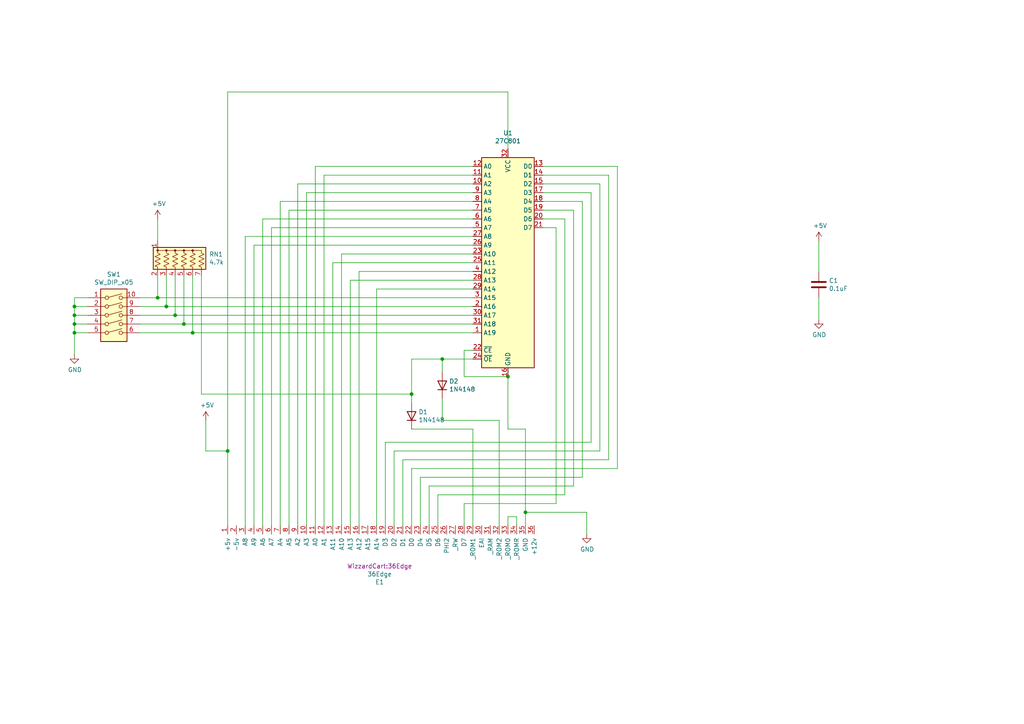
<source format=kicad_sch>
(kicad_sch (version 20211123) (generator eeschema)

  (uuid 9f8381e9-3077-4453-a480-a01ad9c1a940)

  (paper "A4")

  (lib_symbols
    (symbol "Device:C" (pin_numbers hide) (pin_names (offset 0.254)) (in_bom yes) (on_board yes)
      (property "Reference" "C" (id 0) (at 0.635 2.54 0)
        (effects (font (size 1.27 1.27)) (justify left))
      )
      (property "Value" "C" (id 1) (at 0.635 -2.54 0)
        (effects (font (size 1.27 1.27)) (justify left))
      )
      (property "Footprint" "" (id 2) (at 0.9652 -3.81 0)
        (effects (font (size 1.27 1.27)) hide)
      )
      (property "Datasheet" "~" (id 3) (at 0 0 0)
        (effects (font (size 1.27 1.27)) hide)
      )
      (property "ki_keywords" "cap capacitor" (id 4) (at 0 0 0)
        (effects (font (size 1.27 1.27)) hide)
      )
      (property "ki_description" "Unpolarized capacitor" (id 5) (at 0 0 0)
        (effects (font (size 1.27 1.27)) hide)
      )
      (property "ki_fp_filters" "C_*" (id 6) (at 0 0 0)
        (effects (font (size 1.27 1.27)) hide)
      )
      (symbol "C_0_1"
        (polyline
          (pts
            (xy -2.032 -0.762)
            (xy 2.032 -0.762)
          )
          (stroke (width 0.508) (type default) (color 0 0 0 0))
          (fill (type none))
        )
        (polyline
          (pts
            (xy -2.032 0.762)
            (xy 2.032 0.762)
          )
          (stroke (width 0.508) (type default) (color 0 0 0 0))
          (fill (type none))
        )
      )
      (symbol "C_1_1"
        (pin passive line (at 0 3.81 270) (length 2.794)
          (name "~" (effects (font (size 1.27 1.27))))
          (number "1" (effects (font (size 1.27 1.27))))
        )
        (pin passive line (at 0 -3.81 90) (length 2.794)
          (name "~" (effects (font (size 1.27 1.27))))
          (number "2" (effects (font (size 1.27 1.27))))
        )
      )
    )
    (symbol "Device:R_Network06_US" (pin_names (offset 0) hide) (in_bom yes) (on_board yes)
      (property "Reference" "RN" (id 0) (at -10.16 0 90)
        (effects (font (size 1.27 1.27)))
      )
      (property "Value" "R_Network06_US" (id 1) (at 7.62 0 90)
        (effects (font (size 1.27 1.27)))
      )
      (property "Footprint" "Resistor_THT:R_Array_SIP7" (id 2) (at 9.525 0 90)
        (effects (font (size 1.27 1.27)) hide)
      )
      (property "Datasheet" "http://www.vishay.com/docs/31509/csc.pdf" (id 3) (at 0 0 0)
        (effects (font (size 1.27 1.27)) hide)
      )
      (property "ki_keywords" "R network star-topology" (id 4) (at 0 0 0)
        (effects (font (size 1.27 1.27)) hide)
      )
      (property "ki_description" "6 resistor network, star topology, bussed resistors, small US symbol" (id 5) (at 0 0 0)
        (effects (font (size 1.27 1.27)) hide)
      )
      (property "ki_fp_filters" "R?Array?SIP*" (id 6) (at 0 0 0)
        (effects (font (size 1.27 1.27)) hide)
      )
      (symbol "R_Network06_US_0_1"
        (rectangle (start -8.89 -3.175) (end 6.35 3.175)
          (stroke (width 0.254) (type default) (color 0 0 0 0))
          (fill (type background))
        )
        (circle (center -7.62 2.286) (radius 0.254)
          (stroke (width 0) (type default) (color 0 0 0 0))
          (fill (type outline))
        )
        (circle (center -5.08 2.286) (radius 0.254)
          (stroke (width 0) (type default) (color 0 0 0 0))
          (fill (type outline))
        )
        (circle (center -2.54 2.286) (radius 0.254)
          (stroke (width 0) (type default) (color 0 0 0 0))
          (fill (type outline))
        )
        (polyline
          (pts
            (xy -7.62 2.286)
            (xy 5.08 2.286)
          )
          (stroke (width 0) (type default) (color 0 0 0 0))
          (fill (type none))
        )
        (polyline
          (pts
            (xy -7.62 2.286)
            (xy -7.62 1.524)
            (xy -6.858 1.1684)
            (xy -8.382 0.508)
            (xy -6.858 -0.1524)
            (xy -8.382 -0.8382)
            (xy -6.858 -1.524)
            (xy -8.382 -2.1844)
            (xy -7.62 -2.54)
            (xy -7.62 -3.81)
          )
          (stroke (width 0) (type default) (color 0 0 0 0))
          (fill (type none))
        )
        (polyline
          (pts
            (xy -5.08 2.286)
            (xy -5.08 1.524)
            (xy -4.318 1.1684)
            (xy -5.842 0.508)
            (xy -4.318 -0.1524)
            (xy -5.842 -0.8382)
            (xy -4.318 -1.524)
            (xy -5.842 -2.1844)
            (xy -5.08 -2.54)
            (xy -5.08 -3.81)
          )
          (stroke (width 0) (type default) (color 0 0 0 0))
          (fill (type none))
        )
        (polyline
          (pts
            (xy -2.54 2.286)
            (xy -2.54 1.524)
            (xy -1.778 1.1684)
            (xy -3.302 0.508)
            (xy -1.778 -0.1524)
            (xy -3.302 -0.8382)
            (xy -1.778 -1.524)
            (xy -3.302 -2.1844)
            (xy -2.54 -2.54)
            (xy -2.54 -3.81)
          )
          (stroke (width 0) (type default) (color 0 0 0 0))
          (fill (type none))
        )
        (polyline
          (pts
            (xy 0 2.286)
            (xy 0 1.524)
            (xy 0.762 1.1684)
            (xy -0.762 0.508)
            (xy 0.762 -0.1524)
            (xy -0.762 -0.8382)
            (xy 0.762 -1.524)
            (xy -0.762 -2.1844)
            (xy 0 -2.54)
            (xy 0 -3.81)
          )
          (stroke (width 0) (type default) (color 0 0 0 0))
          (fill (type none))
        )
        (polyline
          (pts
            (xy 2.54 2.286)
            (xy 2.54 1.524)
            (xy 3.302 1.1684)
            (xy 1.778 0.508)
            (xy 3.302 -0.1524)
            (xy 1.778 -0.8382)
            (xy 3.302 -1.524)
            (xy 1.778 -2.1844)
            (xy 2.54 -2.54)
            (xy 2.54 -3.81)
          )
          (stroke (width 0) (type default) (color 0 0 0 0))
          (fill (type none))
        )
        (polyline
          (pts
            (xy 5.08 2.286)
            (xy 5.08 1.524)
            (xy 5.842 1.1684)
            (xy 4.318 0.508)
            (xy 5.842 -0.1524)
            (xy 4.318 -0.8382)
            (xy 5.842 -1.524)
            (xy 4.318 -2.1844)
            (xy 5.08 -2.54)
            (xy 5.08 -3.81)
          )
          (stroke (width 0) (type default) (color 0 0 0 0))
          (fill (type none))
        )
        (circle (center 0 2.286) (radius 0.254)
          (stroke (width 0) (type default) (color 0 0 0 0))
          (fill (type outline))
        )
        (circle (center 2.54 2.286) (radius 0.254)
          (stroke (width 0) (type default) (color 0 0 0 0))
          (fill (type outline))
        )
      )
      (symbol "R_Network06_US_1_1"
        (pin passive line (at -7.62 5.08 270) (length 2.54)
          (name "common" (effects (font (size 1.27 1.27))))
          (number "1" (effects (font (size 1.27 1.27))))
        )
        (pin passive line (at -7.62 -5.08 90) (length 1.27)
          (name "R1" (effects (font (size 1.27 1.27))))
          (number "2" (effects (font (size 1.27 1.27))))
        )
        (pin passive line (at -5.08 -5.08 90) (length 1.27)
          (name "R2" (effects (font (size 1.27 1.27))))
          (number "3" (effects (font (size 1.27 1.27))))
        )
        (pin passive line (at -2.54 -5.08 90) (length 1.27)
          (name "R3" (effects (font (size 1.27 1.27))))
          (number "4" (effects (font (size 1.27 1.27))))
        )
        (pin passive line (at 0 -5.08 90) (length 1.27)
          (name "R4" (effects (font (size 1.27 1.27))))
          (number "5" (effects (font (size 1.27 1.27))))
        )
        (pin passive line (at 2.54 -5.08 90) (length 1.27)
          (name "R5" (effects (font (size 1.27 1.27))))
          (number "6" (effects (font (size 1.27 1.27))))
        )
        (pin passive line (at 5.08 -5.08 90) (length 1.27)
          (name "R6" (effects (font (size 1.27 1.27))))
          (number "7" (effects (font (size 1.27 1.27))))
        )
      )
    )
    (symbol "Diode:1N4148" (pin_numbers hide) (pin_names (offset 1.016) hide) (in_bom yes) (on_board yes)
      (property "Reference" "D" (id 0) (at 0 2.54 0)
        (effects (font (size 1.27 1.27)))
      )
      (property "Value" "1N4148" (id 1) (at 0 -2.54 0)
        (effects (font (size 1.27 1.27)))
      )
      (property "Footprint" "Diode_THT:D_DO-35_SOD27_P7.62mm_Horizontal" (id 2) (at 0 -4.445 0)
        (effects (font (size 1.27 1.27)) hide)
      )
      (property "Datasheet" "https://assets.nexperia.com/documents/data-sheet/1N4148_1N4448.pdf" (id 3) (at 0 0 0)
        (effects (font (size 1.27 1.27)) hide)
      )
      (property "ki_keywords" "diode" (id 4) (at 0 0 0)
        (effects (font (size 1.27 1.27)) hide)
      )
      (property "ki_description" "100V 0.15A standard switching diode, DO-35" (id 5) (at 0 0 0)
        (effects (font (size 1.27 1.27)) hide)
      )
      (property "ki_fp_filters" "D*DO?35*" (id 6) (at 0 0 0)
        (effects (font (size 1.27 1.27)) hide)
      )
      (symbol "1N4148_0_1"
        (polyline
          (pts
            (xy -1.27 1.27)
            (xy -1.27 -1.27)
          )
          (stroke (width 0.254) (type default) (color 0 0 0 0))
          (fill (type none))
        )
        (polyline
          (pts
            (xy 1.27 0)
            (xy -1.27 0)
          )
          (stroke (width 0) (type default) (color 0 0 0 0))
          (fill (type none))
        )
        (polyline
          (pts
            (xy 1.27 1.27)
            (xy 1.27 -1.27)
            (xy -1.27 0)
            (xy 1.27 1.27)
          )
          (stroke (width 0.254) (type default) (color 0 0 0 0))
          (fill (type none))
        )
      )
      (symbol "1N4148_1_1"
        (pin passive line (at -3.81 0 0) (length 2.54)
          (name "K" (effects (font (size 1.27 1.27))))
          (number "1" (effects (font (size 1.27 1.27))))
        )
        (pin passive line (at 3.81 0 180) (length 2.54)
          (name "A" (effects (font (size 1.27 1.27))))
          (number "2" (effects (font (size 1.27 1.27))))
        )
      )
    )
    (symbol "Memory_EPROM:27C080" (in_bom yes) (on_board yes)
      (property "Reference" "U" (id 0) (at -7.62 31.75 0)
        (effects (font (size 1.27 1.27)))
      )
      (property "Value" "27C080" (id 1) (at 2.54 -31.75 0)
        (effects (font (size 1.27 1.27)) (justify left))
      )
      (property "Footprint" "" (id 2) (at 0 0 0)
        (effects (font (size 1.27 1.27)) hide)
      )
      (property "Datasheet" "http://ww1.microchip.com/downloads/en/devicedoc/doc0360.pdf" (id 3) (at 0 0 0)
        (effects (font (size 1.27 1.27)) hide)
      )
      (property "ki_keywords" "OTP EPROM 8MiBit" (id 4) (at 0 0 0)
        (effects (font (size 1.27 1.27)) hide)
      )
      (property "ki_description" "OTP EPROM 8 MiBit (1 Mi x 8)" (id 5) (at 0 0 0)
        (effects (font (size 1.27 1.27)) hide)
      )
      (property "ki_fp_filters" "DIP*W15.24mm* PLCC*" (id 6) (at 0 0 0)
        (effects (font (size 1.27 1.27)) hide)
      )
      (symbol "27C080_1_1"
        (rectangle (start -7.62 30.48) (end 7.62 -30.48)
          (stroke (width 0.254) (type default) (color 0 0 0 0))
          (fill (type background))
        )
        (pin input line (at -10.16 -20.32 0) (length 2.54)
          (name "A19" (effects (font (size 1.27 1.27))))
          (number "1" (effects (font (size 1.27 1.27))))
        )
        (pin input line (at -10.16 22.86 0) (length 2.54)
          (name "A2" (effects (font (size 1.27 1.27))))
          (number "10" (effects (font (size 1.27 1.27))))
        )
        (pin input line (at -10.16 25.4 0) (length 2.54)
          (name "A1" (effects (font (size 1.27 1.27))))
          (number "11" (effects (font (size 1.27 1.27))))
        )
        (pin input line (at -10.16 27.94 0) (length 2.54)
          (name "A0" (effects (font (size 1.27 1.27))))
          (number "12" (effects (font (size 1.27 1.27))))
        )
        (pin tri_state line (at 10.16 27.94 180) (length 2.54)
          (name "D0" (effects (font (size 1.27 1.27))))
          (number "13" (effects (font (size 1.27 1.27))))
        )
        (pin tri_state line (at 10.16 25.4 180) (length 2.54)
          (name "D1" (effects (font (size 1.27 1.27))))
          (number "14" (effects (font (size 1.27 1.27))))
        )
        (pin tri_state line (at 10.16 22.86 180) (length 2.54)
          (name "D2" (effects (font (size 1.27 1.27))))
          (number "15" (effects (font (size 1.27 1.27))))
        )
        (pin power_in line (at 0 -33.02 90) (length 2.54)
          (name "GND" (effects (font (size 1.27 1.27))))
          (number "16" (effects (font (size 1.27 1.27))))
        )
        (pin tri_state line (at 10.16 20.32 180) (length 2.54)
          (name "D3" (effects (font (size 1.27 1.27))))
          (number "17" (effects (font (size 1.27 1.27))))
        )
        (pin tri_state line (at 10.16 17.78 180) (length 2.54)
          (name "D4" (effects (font (size 1.27 1.27))))
          (number "18" (effects (font (size 1.27 1.27))))
        )
        (pin tri_state line (at 10.16 15.24 180) (length 2.54)
          (name "D5" (effects (font (size 1.27 1.27))))
          (number "19" (effects (font (size 1.27 1.27))))
        )
        (pin input line (at -10.16 -12.7 0) (length 2.54)
          (name "A16" (effects (font (size 1.27 1.27))))
          (number "2" (effects (font (size 1.27 1.27))))
        )
        (pin tri_state line (at 10.16 12.7 180) (length 2.54)
          (name "D6" (effects (font (size 1.27 1.27))))
          (number "20" (effects (font (size 1.27 1.27))))
        )
        (pin tri_state line (at 10.16 10.16 180) (length 2.54)
          (name "D7" (effects (font (size 1.27 1.27))))
          (number "21" (effects (font (size 1.27 1.27))))
        )
        (pin input line (at -10.16 -25.4 0) (length 2.54)
          (name "~{CE}" (effects (font (size 1.27 1.27))))
          (number "22" (effects (font (size 1.27 1.27))))
        )
        (pin input line (at -10.16 2.54 0) (length 2.54)
          (name "A10" (effects (font (size 1.27 1.27))))
          (number "23" (effects (font (size 1.27 1.27))))
        )
        (pin input line (at -10.16 -27.94 0) (length 2.54)
          (name "~{OE}" (effects (font (size 1.27 1.27))))
          (number "24" (effects (font (size 1.27 1.27))))
        )
        (pin input line (at -10.16 0 0) (length 2.54)
          (name "A11" (effects (font (size 1.27 1.27))))
          (number "25" (effects (font (size 1.27 1.27))))
        )
        (pin input line (at -10.16 5.08 0) (length 2.54)
          (name "A9" (effects (font (size 1.27 1.27))))
          (number "26" (effects (font (size 1.27 1.27))))
        )
        (pin input line (at -10.16 7.62 0) (length 2.54)
          (name "A8" (effects (font (size 1.27 1.27))))
          (number "27" (effects (font (size 1.27 1.27))))
        )
        (pin input line (at -10.16 -5.08 0) (length 2.54)
          (name "A13" (effects (font (size 1.27 1.27))))
          (number "28" (effects (font (size 1.27 1.27))))
        )
        (pin input line (at -10.16 -7.62 0) (length 2.54)
          (name "A14" (effects (font (size 1.27 1.27))))
          (number "29" (effects (font (size 1.27 1.27))))
        )
        (pin input line (at -10.16 -10.16 0) (length 2.54)
          (name "A15" (effects (font (size 1.27 1.27))))
          (number "3" (effects (font (size 1.27 1.27))))
        )
        (pin input line (at -10.16 -15.24 0) (length 2.54)
          (name "A17" (effects (font (size 1.27 1.27))))
          (number "30" (effects (font (size 1.27 1.27))))
        )
        (pin input line (at -10.16 -17.78 0) (length 2.54)
          (name "A18" (effects (font (size 1.27 1.27))))
          (number "31" (effects (font (size 1.27 1.27))))
        )
        (pin power_in line (at 0 33.02 270) (length 2.54)
          (name "VCC" (effects (font (size 1.27 1.27))))
          (number "32" (effects (font (size 1.27 1.27))))
        )
        (pin input line (at -10.16 -2.54 0) (length 2.54)
          (name "A12" (effects (font (size 1.27 1.27))))
          (number "4" (effects (font (size 1.27 1.27))))
        )
        (pin input line (at -10.16 10.16 0) (length 2.54)
          (name "A7" (effects (font (size 1.27 1.27))))
          (number "5" (effects (font (size 1.27 1.27))))
        )
        (pin input line (at -10.16 12.7 0) (length 2.54)
          (name "A6" (effects (font (size 1.27 1.27))))
          (number "6" (effects (font (size 1.27 1.27))))
        )
        (pin input line (at -10.16 15.24 0) (length 2.54)
          (name "A5" (effects (font (size 1.27 1.27))))
          (number "7" (effects (font (size 1.27 1.27))))
        )
        (pin input line (at -10.16 17.78 0) (length 2.54)
          (name "A4" (effects (font (size 1.27 1.27))))
          (number "8" (effects (font (size 1.27 1.27))))
        )
        (pin input line (at -10.16 20.32 0) (length 2.54)
          (name "A3" (effects (font (size 1.27 1.27))))
          (number "9" (effects (font (size 1.27 1.27))))
        )
      )
    )
    (symbol "Switch:SW_DIP_x05" (pin_names (offset 0) hide) (in_bom yes) (on_board yes)
      (property "Reference" "SW" (id 0) (at 0 8.89 0)
        (effects (font (size 1.27 1.27)))
      )
      (property "Value" "SW_DIP_x05" (id 1) (at 0 -8.89 0)
        (effects (font (size 1.27 1.27)))
      )
      (property "Footprint" "" (id 2) (at 0 0 0)
        (effects (font (size 1.27 1.27)) hide)
      )
      (property "Datasheet" "~" (id 3) (at 0 0 0)
        (effects (font (size 1.27 1.27)) hide)
      )
      (property "ki_keywords" "dip switch" (id 4) (at 0 0 0)
        (effects (font (size 1.27 1.27)) hide)
      )
      (property "ki_description" "5x DIP Switch, Single Pole Single Throw (SPST) switch, small symbol" (id 5) (at 0 0 0)
        (effects (font (size 1.27 1.27)) hide)
      )
      (property "ki_fp_filters" "SW?DIP?x5*" (id 6) (at 0 0 0)
        (effects (font (size 1.27 1.27)) hide)
      )
      (symbol "SW_DIP_x05_0_0"
        (circle (center -2.032 -5.08) (radius 0.508)
          (stroke (width 0) (type default) (color 0 0 0 0))
          (fill (type none))
        )
        (circle (center -2.032 -2.54) (radius 0.508)
          (stroke (width 0) (type default) (color 0 0 0 0))
          (fill (type none))
        )
        (circle (center -2.032 0) (radius 0.508)
          (stroke (width 0) (type default) (color 0 0 0 0))
          (fill (type none))
        )
        (circle (center -2.032 2.54) (radius 0.508)
          (stroke (width 0) (type default) (color 0 0 0 0))
          (fill (type none))
        )
        (circle (center -2.032 5.08) (radius 0.508)
          (stroke (width 0) (type default) (color 0 0 0 0))
          (fill (type none))
        )
        (polyline
          (pts
            (xy -1.524 -4.9276)
            (xy 2.3622 -3.8862)
          )
          (stroke (width 0) (type default) (color 0 0 0 0))
          (fill (type none))
        )
        (polyline
          (pts
            (xy -1.524 -2.3876)
            (xy 2.3622 -1.3462)
          )
          (stroke (width 0) (type default) (color 0 0 0 0))
          (fill (type none))
        )
        (polyline
          (pts
            (xy -1.524 0.127)
            (xy 2.3622 1.1684)
          )
          (stroke (width 0) (type default) (color 0 0 0 0))
          (fill (type none))
        )
        (polyline
          (pts
            (xy -1.524 2.667)
            (xy 2.3622 3.7084)
          )
          (stroke (width 0) (type default) (color 0 0 0 0))
          (fill (type none))
        )
        (polyline
          (pts
            (xy -1.524 5.207)
            (xy 2.3622 6.2484)
          )
          (stroke (width 0) (type default) (color 0 0 0 0))
          (fill (type none))
        )
        (circle (center 2.032 -5.08) (radius 0.508)
          (stroke (width 0) (type default) (color 0 0 0 0))
          (fill (type none))
        )
        (circle (center 2.032 -2.54) (radius 0.508)
          (stroke (width 0) (type default) (color 0 0 0 0))
          (fill (type none))
        )
        (circle (center 2.032 0) (radius 0.508)
          (stroke (width 0) (type default) (color 0 0 0 0))
          (fill (type none))
        )
        (circle (center 2.032 2.54) (radius 0.508)
          (stroke (width 0) (type default) (color 0 0 0 0))
          (fill (type none))
        )
        (circle (center 2.032 5.08) (radius 0.508)
          (stroke (width 0) (type default) (color 0 0 0 0))
          (fill (type none))
        )
      )
      (symbol "SW_DIP_x05_0_1"
        (rectangle (start -3.81 7.62) (end 3.81 -7.62)
          (stroke (width 0.254) (type default) (color 0 0 0 0))
          (fill (type background))
        )
      )
      (symbol "SW_DIP_x05_1_1"
        (pin passive line (at -7.62 5.08 0) (length 5.08)
          (name "~" (effects (font (size 1.27 1.27))))
          (number "1" (effects (font (size 1.27 1.27))))
        )
        (pin passive line (at 7.62 5.08 180) (length 5.08)
          (name "~" (effects (font (size 1.27 1.27))))
          (number "10" (effects (font (size 1.27 1.27))))
        )
        (pin passive line (at -7.62 2.54 0) (length 5.08)
          (name "~" (effects (font (size 1.27 1.27))))
          (number "2" (effects (font (size 1.27 1.27))))
        )
        (pin passive line (at -7.62 0 0) (length 5.08)
          (name "~" (effects (font (size 1.27 1.27))))
          (number "3" (effects (font (size 1.27 1.27))))
        )
        (pin passive line (at -7.62 -2.54 0) (length 5.08)
          (name "~" (effects (font (size 1.27 1.27))))
          (number "4" (effects (font (size 1.27 1.27))))
        )
        (pin passive line (at -7.62 -5.08 0) (length 5.08)
          (name "~" (effects (font (size 1.27 1.27))))
          (number "5" (effects (font (size 1.27 1.27))))
        )
        (pin passive line (at 7.62 -5.08 180) (length 5.08)
          (name "~" (effects (font (size 1.27 1.27))))
          (number "6" (effects (font (size 1.27 1.27))))
        )
        (pin passive line (at 7.62 -2.54 180) (length 5.08)
          (name "~" (effects (font (size 1.27 1.27))))
          (number "7" (effects (font (size 1.27 1.27))))
        )
        (pin passive line (at 7.62 0 180) (length 5.08)
          (name "~" (effects (font (size 1.27 1.27))))
          (number "8" (effects (font (size 1.27 1.27))))
        )
        (pin passive line (at 7.62 2.54 180) (length 5.08)
          (name "~" (effects (font (size 1.27 1.27))))
          (number "9" (effects (font (size 1.27 1.27))))
        )
      )
    )
    (symbol "WizzardCart-rescue:36Edge-EdgeConnector" (pin_names (offset 1.016)) (in_bom yes) (on_board yes)
      (property "Reference" "E" (id 0) (at 0 0 0)
        (effects (font (size 1.27 1.27)))
      )
      (property "Value" "36Edge-EdgeConnector" (id 1) (at 0 0 0)
        (effects (font (size 1.27 1.27)))
      )
      (property "Footprint" "WizzardCart:36Edge" (id 2) (at 0 0 0)
        (effects (font (size 1.27 1.27)))
      )
      (property "Datasheet" "" (id 3) (at 0 0 0)
        (effects (font (size 1.27 1.27)) hide)
      )
      (symbol "36Edge-EdgeConnector_1_1"
        (pin power_in line (at -45.72 -11.43 90) (length 2.54)
          (name "+5v" (effects (font (size 1.27 1.27))))
          (number "1" (effects (font (size 1.27 1.27))))
        )
        (pin bidirectional line (at -22.86 -11.43 90) (length 2.54)
          (name "A3" (effects (font (size 1.27 1.27))))
          (number "10" (effects (font (size 1.27 1.27))))
        )
        (pin bidirectional line (at -20.32 -11.43 90) (length 2.54)
          (name "A0" (effects (font (size 1.27 1.27))))
          (number "11" (effects (font (size 1.27 1.27))))
        )
        (pin bidirectional line (at -17.78 -11.43 90) (length 2.54)
          (name "A1" (effects (font (size 1.27 1.27))))
          (number "12" (effects (font (size 1.27 1.27))))
        )
        (pin bidirectional line (at -15.24 -11.43 90) (length 2.54)
          (name "A11" (effects (font (size 1.27 1.27))))
          (number "13" (effects (font (size 1.27 1.27))))
        )
        (pin bidirectional line (at -12.7 -11.43 90) (length 2.54)
          (name "A10" (effects (font (size 1.27 1.27))))
          (number "14" (effects (font (size 1.27 1.27))))
        )
        (pin bidirectional line (at -10.16 -11.43 90) (length 2.54)
          (name "A13" (effects (font (size 1.27 1.27))))
          (number "15" (effects (font (size 1.27 1.27))))
        )
        (pin bidirectional line (at -7.62 -11.43 90) (length 2.54)
          (name "A12" (effects (font (size 1.27 1.27))))
          (number "16" (effects (font (size 1.27 1.27))))
        )
        (pin bidirectional line (at -5.08 -11.43 90) (length 2.54)
          (name "A15" (effects (font (size 1.27 1.27))))
          (number "17" (effects (font (size 1.27 1.27))))
        )
        (pin bidirectional line (at -2.54 -11.43 90) (length 2.54)
          (name "A14" (effects (font (size 1.27 1.27))))
          (number "18" (effects (font (size 1.27 1.27))))
        )
        (pin bidirectional line (at 0 -11.43 90) (length 2.54)
          (name "D3" (effects (font (size 1.27 1.27))))
          (number "19" (effects (font (size 1.27 1.27))))
        )
        (pin power_in line (at -43.18 -11.43 90) (length 2.54)
          (name "-5v" (effects (font (size 1.27 1.27))))
          (number "2" (effects (font (size 1.27 1.27))))
        )
        (pin bidirectional line (at 2.54 -11.43 90) (length 2.54)
          (name "D2" (effects (font (size 1.27 1.27))))
          (number "20" (effects (font (size 1.27 1.27))))
        )
        (pin bidirectional line (at 5.08 -11.43 90) (length 2.54)
          (name "D1" (effects (font (size 1.27 1.27))))
          (number "21" (effects (font (size 1.27 1.27))))
        )
        (pin bidirectional line (at 7.62 -11.43 90) (length 2.54)
          (name "D0" (effects (font (size 1.27 1.27))))
          (number "22" (effects (font (size 1.27 1.27))))
        )
        (pin bidirectional line (at 10.16 -11.43 90) (length 2.54)
          (name "D4" (effects (font (size 1.27 1.27))))
          (number "23" (effects (font (size 1.27 1.27))))
        )
        (pin bidirectional line (at 12.7 -11.43 90) (length 2.54)
          (name "D5" (effects (font (size 1.27 1.27))))
          (number "24" (effects (font (size 1.27 1.27))))
        )
        (pin bidirectional line (at 15.24 -11.43 90) (length 2.54)
          (name "D6" (effects (font (size 1.27 1.27))))
          (number "25" (effects (font (size 1.27 1.27))))
        )
        (pin bidirectional line (at 17.78 -11.43 90) (length 2.54)
          (name "PHI2" (effects (font (size 1.27 1.27))))
          (number "26" (effects (font (size 1.27 1.27))))
        )
        (pin bidirectional line (at 20.32 -11.43 90) (length 2.54)
          (name "_RW" (effects (font (size 1.27 1.27))))
          (number "27" (effects (font (size 1.27 1.27))))
        )
        (pin bidirectional line (at 22.86 -11.43 90) (length 2.54)
          (name "D7" (effects (font (size 1.27 1.27))))
          (number "28" (effects (font (size 1.27 1.27))))
        )
        (pin bidirectional line (at 25.4 -11.43 90) (length 2.54)
          (name "_ROM1" (effects (font (size 1.27 1.27))))
          (number "29" (effects (font (size 1.27 1.27))))
        )
        (pin bidirectional line (at -40.64 -11.43 90) (length 2.54)
          (name "A8" (effects (font (size 1.27 1.27))))
          (number "3" (effects (font (size 1.27 1.27))))
        )
        (pin bidirectional line (at 27.94 -11.43 90) (length 2.54)
          (name "EAI" (effects (font (size 1.27 1.27))))
          (number "30" (effects (font (size 1.27 1.27))))
        )
        (pin bidirectional line (at 30.48 -11.43 90) (length 2.54)
          (name "_RAM" (effects (font (size 1.27 1.27))))
          (number "31" (effects (font (size 1.27 1.27))))
        )
        (pin bidirectional line (at 33.02 -11.43 90) (length 2.54)
          (name "_ROM2" (effects (font (size 1.27 1.27))))
          (number "32" (effects (font (size 1.27 1.27))))
        )
        (pin bidirectional line (at 35.56 -11.43 90) (length 2.54)
          (name "_ROM0" (effects (font (size 1.27 1.27))))
          (number "33" (effects (font (size 1.27 1.27))))
        )
        (pin bidirectional line (at 38.1 -11.43 90) (length 2.54)
          (name "_ROMR" (effects (font (size 1.27 1.27))))
          (number "34" (effects (font (size 1.27 1.27))))
        )
        (pin power_in line (at 40.64 -11.43 90) (length 2.54)
          (name "GND" (effects (font (size 1.27 1.27))))
          (number "35" (effects (font (size 1.27 1.27))))
        )
        (pin power_in line (at 43.18 -11.43 90) (length 2.54)
          (name "+12v" (effects (font (size 1.27 1.27))))
          (number "36" (effects (font (size 1.27 1.27))))
        )
        (pin bidirectional line (at -38.1 -11.43 90) (length 2.54)
          (name "A9" (effects (font (size 1.27 1.27))))
          (number "4" (effects (font (size 1.27 1.27))))
        )
        (pin bidirectional line (at -35.56 -11.43 90) (length 2.54)
          (name "A6" (effects (font (size 1.27 1.27))))
          (number "5" (effects (font (size 1.27 1.27))))
        )
        (pin bidirectional line (at -33.02 -11.43 90) (length 2.54)
          (name "A7" (effects (font (size 1.27 1.27))))
          (number "6" (effects (font (size 1.27 1.27))))
        )
        (pin bidirectional line (at -30.48 -11.43 90) (length 2.54)
          (name "A4" (effects (font (size 1.27 1.27))))
          (number "7" (effects (font (size 1.27 1.27))))
        )
        (pin bidirectional line (at -27.94 -11.43 90) (length 2.54)
          (name "A5" (effects (font (size 1.27 1.27))))
          (number "8" (effects (font (size 1.27 1.27))))
        )
        (pin bidirectional line (at -25.4 -11.43 90) (length 2.54)
          (name "A2" (effects (font (size 1.27 1.27))))
          (number "9" (effects (font (size 1.27 1.27))))
        )
      )
    )
    (symbol "power:+5V" (power) (pin_names (offset 0)) (in_bom yes) (on_board yes)
      (property "Reference" "#PWR" (id 0) (at 0 -3.81 0)
        (effects (font (size 1.27 1.27)) hide)
      )
      (property "Value" "+5V" (id 1) (at 0 3.556 0)
        (effects (font (size 1.27 1.27)))
      )
      (property "Footprint" "" (id 2) (at 0 0 0)
        (effects (font (size 1.27 1.27)) hide)
      )
      (property "Datasheet" "" (id 3) (at 0 0 0)
        (effects (font (size 1.27 1.27)) hide)
      )
      (property "ki_keywords" "power-flag" (id 4) (at 0 0 0)
        (effects (font (size 1.27 1.27)) hide)
      )
      (property "ki_description" "Power symbol creates a global label with name \"+5V\"" (id 5) (at 0 0 0)
        (effects (font (size 1.27 1.27)) hide)
      )
      (symbol "+5V_0_1"
        (polyline
          (pts
            (xy -0.762 1.27)
            (xy 0 2.54)
          )
          (stroke (width 0) (type default) (color 0 0 0 0))
          (fill (type none))
        )
        (polyline
          (pts
            (xy 0 0)
            (xy 0 2.54)
          )
          (stroke (width 0) (type default) (color 0 0 0 0))
          (fill (type none))
        )
        (polyline
          (pts
            (xy 0 2.54)
            (xy 0.762 1.27)
          )
          (stroke (width 0) (type default) (color 0 0 0 0))
          (fill (type none))
        )
      )
      (symbol "+5V_1_1"
        (pin power_in line (at 0 0 90) (length 0) hide
          (name "+5V" (effects (font (size 1.27 1.27))))
          (number "1" (effects (font (size 1.27 1.27))))
        )
      )
    )
    (symbol "power:GND" (power) (pin_names (offset 0)) (in_bom yes) (on_board yes)
      (property "Reference" "#PWR" (id 0) (at 0 -6.35 0)
        (effects (font (size 1.27 1.27)) hide)
      )
      (property "Value" "GND" (id 1) (at 0 -3.81 0)
        (effects (font (size 1.27 1.27)))
      )
      (property "Footprint" "" (id 2) (at 0 0 0)
        (effects (font (size 1.27 1.27)) hide)
      )
      (property "Datasheet" "" (id 3) (at 0 0 0)
        (effects (font (size 1.27 1.27)) hide)
      )
      (property "ki_keywords" "power-flag" (id 4) (at 0 0 0)
        (effects (font (size 1.27 1.27)) hide)
      )
      (property "ki_description" "Power symbol creates a global label with name \"GND\" , ground" (id 5) (at 0 0 0)
        (effects (font (size 1.27 1.27)) hide)
      )
      (symbol "GND_0_1"
        (polyline
          (pts
            (xy 0 0)
            (xy 0 -1.27)
            (xy 1.27 -1.27)
            (xy 0 -2.54)
            (xy -1.27 -1.27)
            (xy 0 -1.27)
          )
          (stroke (width 0) (type default) (color 0 0 0 0))
          (fill (type none))
        )
      )
      (symbol "GND_1_1"
        (pin power_in line (at 0 0 270) (length 0) hide
          (name "GND" (effects (font (size 1.27 1.27))))
          (number "1" (effects (font (size 1.27 1.27))))
        )
      )
    )
  )

  (junction (at 21.59 88.9) (diameter 0) (color 0 0 0 0)
    (uuid 057af6bb-cf6f-4bfb-b0c0-2e92a2c09a47)
  )
  (junction (at 66.04 130.81) (diameter 0) (color 0 0 0 0)
    (uuid 0e8f7fc0-2ef2-4b90-9c15-8a3a601ee459)
  )
  (junction (at 128.27 104.14) (diameter 0) (color 0 0 0 0)
    (uuid 15fe8f3d-6077-4e0e-81d0-8ec3f4538981)
  )
  (junction (at 147.32 109.22) (diameter 0) (color 0 0 0 0)
    (uuid 20cca02e-4c4d-4961-b6b4-b40a1731b220)
  )
  (junction (at 119.38 114.3) (diameter 0) (color 0 0 0 0)
    (uuid 2846428d-39de-4eae-8ce2-64955d56c493)
  )
  (junction (at 152.4 148.59) (diameter 0) (color 0 0 0 0)
    (uuid 29e058a7-50a3-43e5-81c3-bfee53da08be)
  )
  (junction (at 45.72 86.36) (diameter 0) (color 0 0 0 0)
    (uuid 2dc54bac-8640-4dd7-b8ed-3c7acb01a8ea)
  )
  (junction (at 21.59 96.52) (diameter 0) (color 0 0 0 0)
    (uuid 6e68f0cd-800e-4167-9553-71fc59da1eeb)
  )
  (junction (at 48.26 88.9) (diameter 0) (color 0 0 0 0)
    (uuid 7afa54c4-2181-41d3-81f7-39efc497ecae)
  )
  (junction (at 21.59 91.44) (diameter 0) (color 0 0 0 0)
    (uuid 7b044939-8c4d-444f-b9e0-a15fcdeb5a86)
  )
  (junction (at 53.34 93.98) (diameter 0) (color 0 0 0 0)
    (uuid a24ddb4f-c217-42ca-b6cb-d12da84fb2b9)
  )
  (junction (at 21.59 93.98) (diameter 0) (color 0 0 0 0)
    (uuid a5e521b9-814e-4853-a5ac-f158785c6269)
  )
  (junction (at 50.8 91.44) (diameter 0) (color 0 0 0 0)
    (uuid b7867831-ef82-4f33-a926-59e5c1c09b91)
  )
  (junction (at 55.88 96.52) (diameter 0) (color 0 0 0 0)
    (uuid dc2801a1-d539-4721-b31f-fe196b9f13df)
  )

  (wire (pts (xy 45.72 63.5) (xy 45.72 69.85))
    (stroke (width 0) (type default) (color 0 0 0 0))
    (uuid 009a4fb4-fcc0-4623-ae5d-c1bae3219583)
  )
  (wire (pts (xy 25.4 91.44) (xy 21.59 91.44))
    (stroke (width 0) (type default) (color 0 0 0 0))
    (uuid 0325ec43-0390-4ae2-b055-b1ec6ce17b1c)
  )
  (wire (pts (xy 104.14 78.74) (xy 137.16 78.74))
    (stroke (width 0) (type default) (color 0 0 0 0))
    (uuid 0351df45-d042-41d4-ba35-88092c7be2fc)
  )
  (wire (pts (xy 55.88 80.01) (xy 55.88 96.52))
    (stroke (width 0) (type default) (color 0 0 0 0))
    (uuid 065b9982-55f2-4822-977e-07e8a06e7b35)
  )
  (wire (pts (xy 101.6 81.28) (xy 101.6 152.4))
    (stroke (width 0) (type default) (color 0 0 0 0))
    (uuid 071522c0-d0ed-49b9-906e-6295f67fb0dc)
  )
  (wire (pts (xy 176.53 133.35) (xy 176.53 50.8))
    (stroke (width 0) (type default) (color 0 0 0 0))
    (uuid 097edb1b-8998-4e70-b670-bba125982348)
  )
  (wire (pts (xy 111.76 152.4) (xy 111.76 128.27))
    (stroke (width 0) (type default) (color 0 0 0 0))
    (uuid 099096e4-8c2a-4d84-a16f-06b4b6330e7a)
  )
  (wire (pts (xy 119.38 152.4) (xy 119.38 135.89))
    (stroke (width 0) (type default) (color 0 0 0 0))
    (uuid 0e1ed1c5-7428-4dc7-b76e-49b2d5f8177d)
  )
  (wire (pts (xy 163.83 63.5) (xy 157.48 63.5))
    (stroke (width 0) (type default) (color 0 0 0 0))
    (uuid 101ef598-601d-400e-9ef6-d655fbb1dbfa)
  )
  (wire (pts (xy 81.28 152.4) (xy 81.28 58.42))
    (stroke (width 0) (type default) (color 0 0 0 0))
    (uuid 14769dc5-8525-4984-8b15-a734ee247efa)
  )
  (wire (pts (xy 179.07 135.89) (xy 179.07 48.26))
    (stroke (width 0) (type default) (color 0 0 0 0))
    (uuid 14c51520-6d91-4098-a59a-5121f2a898f7)
  )
  (wire (pts (xy 21.59 96.52) (xy 21.59 93.98))
    (stroke (width 0) (type default) (color 0 0 0 0))
    (uuid 173f6f06-e7d0-42ac-ab03-ce6b79b9eeee)
  )
  (wire (pts (xy 147.32 124.46) (xy 147.32 109.22))
    (stroke (width 0) (type default) (color 0 0 0 0))
    (uuid 182b2d54-931d-49d6-9f39-60a752623e36)
  )
  (wire (pts (xy 81.28 58.42) (xy 137.16 58.42))
    (stroke (width 0) (type default) (color 0 0 0 0))
    (uuid 19c56563-5fe3-442a-885b-418dbc2421eb)
  )
  (wire (pts (xy 121.92 152.4) (xy 121.92 138.43))
    (stroke (width 0) (type default) (color 0 0 0 0))
    (uuid 1e518c2a-4cb7-4599-a1fa-5b9f847da7d3)
  )
  (wire (pts (xy 83.82 152.4) (xy 83.82 60.96))
    (stroke (width 0) (type default) (color 0 0 0 0))
    (uuid 21ae9c3a-7138-444e-be38-56a4842ab594)
  )
  (wire (pts (xy 21.59 102.87) (xy 21.59 96.52))
    (stroke (width 0) (type default) (color 0 0 0 0))
    (uuid 22999e73-da32-43a5-9163-4b3a41614f25)
  )
  (wire (pts (xy 101.6 81.28) (xy 137.16 81.28))
    (stroke (width 0) (type default) (color 0 0 0 0))
    (uuid 240e5dac-6242-47a5-bbef-f76d11c715c0)
  )
  (wire (pts (xy 53.34 80.01) (xy 53.34 93.98))
    (stroke (width 0) (type default) (color 0 0 0 0))
    (uuid 25e5aa8e-2696-44a3-8d3c-c2c53f2923cf)
  )
  (wire (pts (xy 21.59 93.98) (xy 21.59 91.44))
    (stroke (width 0) (type default) (color 0 0 0 0))
    (uuid 262f1ea9-0133-4b43-be36-456207ea857c)
  )
  (wire (pts (xy 71.12 68.58) (xy 137.16 68.58))
    (stroke (width 0) (type default) (color 0 0 0 0))
    (uuid 275aa44a-b61f-489f-9e2a-819a0fe0d1eb)
  )
  (wire (pts (xy 179.07 48.26) (xy 157.48 48.26))
    (stroke (width 0) (type default) (color 0 0 0 0))
    (uuid 2d67a417-188f-4014-9282-000265d80009)
  )
  (wire (pts (xy 91.44 48.26) (xy 137.16 48.26))
    (stroke (width 0) (type default) (color 0 0 0 0))
    (uuid 2dc272bd-3aa2-45b5-889d-1d3c8aac80f8)
  )
  (wire (pts (xy 237.49 92.71) (xy 237.49 86.36))
    (stroke (width 0) (type default) (color 0 0 0 0))
    (uuid 2e842263-c0ba-46fd-a760-6624d4c78278)
  )
  (wire (pts (xy 171.45 128.27) (xy 171.45 55.88))
    (stroke (width 0) (type default) (color 0 0 0 0))
    (uuid 34a74736-156e-4bf3-9200-cd137cfa59da)
  )
  (wire (pts (xy 137.16 152.4) (xy 137.16 124.46))
    (stroke (width 0) (type default) (color 0 0 0 0))
    (uuid 35a9f71f-ba35-47f6-814e-4106ac36c51e)
  )
  (wire (pts (xy 99.06 73.66) (xy 137.16 73.66))
    (stroke (width 0) (type default) (color 0 0 0 0))
    (uuid 37e8181c-a81e-498b-b2e2-0aef0c391059)
  )
  (wire (pts (xy 40.64 91.44) (xy 50.8 91.44))
    (stroke (width 0) (type default) (color 0 0 0 0))
    (uuid 37f31dec-63fc-4634-a141-5dc5d2b60fe4)
  )
  (wire (pts (xy 59.69 130.81) (xy 66.04 130.81))
    (stroke (width 0) (type default) (color 0 0 0 0))
    (uuid 382ca670-6ae8-4de6-90f9-f241d1337171)
  )
  (wire (pts (xy 168.91 58.42) (xy 157.48 58.42))
    (stroke (width 0) (type default) (color 0 0 0 0))
    (uuid 3a52f112-cb97-43db-aaeb-20afe27664d7)
  )
  (wire (pts (xy 170.18 148.59) (xy 152.4 148.59))
    (stroke (width 0) (type default) (color 0 0 0 0))
    (uuid 3fd54105-4b7e-4004-9801-76ec66108a22)
  )
  (wire (pts (xy 168.91 138.43) (xy 168.91 58.42))
    (stroke (width 0) (type default) (color 0 0 0 0))
    (uuid 41acfe41-fac7-432a-a7a3-946566e2d504)
  )
  (wire (pts (xy 21.59 86.36) (xy 25.4 86.36))
    (stroke (width 0) (type default) (color 0 0 0 0))
    (uuid 4632212f-13ce-4392-bc68-ccb9ba333770)
  )
  (wire (pts (xy 116.84 133.35) (xy 176.53 133.35))
    (stroke (width 0) (type default) (color 0 0 0 0))
    (uuid 477311b9-8f81-40c8-9c55-fd87e287247a)
  )
  (wire (pts (xy 119.38 104.14) (xy 119.38 114.3))
    (stroke (width 0) (type default) (color 0 0 0 0))
    (uuid 4e315e69-0417-463a-8b7f-469a08d1496e)
  )
  (wire (pts (xy 119.38 114.3) (xy 119.38 116.84))
    (stroke (width 0) (type default) (color 0 0 0 0))
    (uuid 4fa10683-33cd-4dcd-8acc-2415cd63c62a)
  )
  (wire (pts (xy 137.16 101.6) (xy 134.62 101.6))
    (stroke (width 0) (type default) (color 0 0 0 0))
    (uuid 503dbd88-3e6b-48cc-a2ea-a6e28b52a1f7)
  )
  (wire (pts (xy 91.44 152.4) (xy 91.44 48.26))
    (stroke (width 0) (type default) (color 0 0 0 0))
    (uuid 5114c7bf-b955-49f3-a0a8-4b954c81bde0)
  )
  (wire (pts (xy 147.32 152.4) (xy 147.32 149.86))
    (stroke (width 0) (type default) (color 0 0 0 0))
    (uuid 5487601b-81d3-4c70-8f3d-cf9df9c63302)
  )
  (wire (pts (xy 21.59 91.44) (xy 21.59 88.9))
    (stroke (width 0) (type default) (color 0 0 0 0))
    (uuid 576c6616-e95d-4f1e-8ead-dea30fcdc8c2)
  )
  (wire (pts (xy 78.74 66.04) (xy 137.16 66.04))
    (stroke (width 0) (type default) (color 0 0 0 0))
    (uuid 57c0c267-8bf9-4cc7-b734-d71a239ac313)
  )
  (wire (pts (xy 134.62 101.6) (xy 134.62 109.22))
    (stroke (width 0) (type default) (color 0 0 0 0))
    (uuid 592f25e6-a01b-47fd-8172-3da01117d00a)
  )
  (wire (pts (xy 134.62 146.05) (xy 134.62 152.4))
    (stroke (width 0) (type default) (color 0 0 0 0))
    (uuid 5b34a16c-5a14-4291-8242-ea6d6ac54372)
  )
  (wire (pts (xy 86.36 152.4) (xy 86.36 53.34))
    (stroke (width 0) (type default) (color 0 0 0 0))
    (uuid 5bcace5d-edd0-4e19-92d0-835e43cf8eb2)
  )
  (wire (pts (xy 71.12 152.4) (xy 71.12 68.58))
    (stroke (width 0) (type default) (color 0 0 0 0))
    (uuid 5ca4be1c-537e-4a4a-b344-d0c8ffde8546)
  )
  (wire (pts (xy 152.4 148.59) (xy 152.4 124.46))
    (stroke (width 0) (type default) (color 0 0 0 0))
    (uuid 5cf2db29-f7ab-499a-9907-cdeba64bf0f3)
  )
  (wire (pts (xy 48.26 88.9) (xy 137.16 88.9))
    (stroke (width 0) (type default) (color 0 0 0 0))
    (uuid 609b9e1b-4e3b-42b7-ac76-a62ec4d0e7c7)
  )
  (wire (pts (xy 114.3 130.81) (xy 173.99 130.81))
    (stroke (width 0) (type default) (color 0 0 0 0))
    (uuid 6284122b-79c3-4e04-925e-3d32cc3ec077)
  )
  (wire (pts (xy 121.92 138.43) (xy 168.91 138.43))
    (stroke (width 0) (type default) (color 0 0 0 0))
    (uuid 644ae9fc-3c8e-4089-866e-a12bf371c3e9)
  )
  (wire (pts (xy 166.37 60.96) (xy 157.48 60.96))
    (stroke (width 0) (type default) (color 0 0 0 0))
    (uuid 65134029-dbd2-409a-85a8-13c2a33ff019)
  )
  (wire (pts (xy 96.52 152.4) (xy 96.52 76.2))
    (stroke (width 0) (type default) (color 0 0 0 0))
    (uuid 676efd2f-1c48-4786-9e4b-2444f1e8f6ff)
  )
  (wire (pts (xy 114.3 152.4) (xy 114.3 130.81))
    (stroke (width 0) (type default) (color 0 0 0 0))
    (uuid 67763d19-f622-4e1e-81e5-5b24da7c3f99)
  )
  (wire (pts (xy 161.29 66.04) (xy 161.29 146.05))
    (stroke (width 0) (type default) (color 0 0 0 0))
    (uuid 6781326c-6e0d-4753-8f28-0f5c687e01f9)
  )
  (wire (pts (xy 50.8 91.44) (xy 137.16 91.44))
    (stroke (width 0) (type default) (color 0 0 0 0))
    (uuid 6bf05d19-ba3e-4ba6-8a6f-4e0bc45ea3b2)
  )
  (wire (pts (xy 93.98 152.4) (xy 93.98 50.8))
    (stroke (width 0) (type default) (color 0 0 0 0))
    (uuid 6c2d26bc-6eca-436c-8025-79f817bf57d6)
  )
  (wire (pts (xy 73.66 152.4) (xy 73.66 71.12))
    (stroke (width 0) (type default) (color 0 0 0 0))
    (uuid 6c67e4f6-9d04-4539-b356-b76e915ce848)
  )
  (wire (pts (xy 58.42 114.3) (xy 119.38 114.3))
    (stroke (width 0) (type default) (color 0 0 0 0))
    (uuid 6d1d60ff-408a-47a7-892f-c5cf9ef6ca75)
  )
  (wire (pts (xy 88.9 152.4) (xy 88.9 55.88))
    (stroke (width 0) (type default) (color 0 0 0 0))
    (uuid 6ec113ca-7d27-4b14-a180-1e5e2fd1c167)
  )
  (wire (pts (xy 170.18 154.94) (xy 170.18 148.59))
    (stroke (width 0) (type default) (color 0 0 0 0))
    (uuid 6fd4442e-30b3-428b-9306-61418a63d311)
  )
  (wire (pts (xy 48.26 80.01) (xy 48.26 88.9))
    (stroke (width 0) (type default) (color 0 0 0 0))
    (uuid 70fb572d-d5ec-41e7-9482-63d4578b4f47)
  )
  (wire (pts (xy 66.04 152.4) (xy 66.04 130.81))
    (stroke (width 0) (type default) (color 0 0 0 0))
    (uuid 789ca812-3e0c-4a3f-97bc-a916dd9bce80)
  )
  (wire (pts (xy 76.2 63.5) (xy 137.16 63.5))
    (stroke (width 0) (type default) (color 0 0 0 0))
    (uuid 7cee474b-af8f-4832-b07a-c43c1ab0b464)
  )
  (wire (pts (xy 127 152.4) (xy 127 143.51))
    (stroke (width 0) (type default) (color 0 0 0 0))
    (uuid 7f2301df-e4bc-479e-a681-cc59c9a2dbbb)
  )
  (wire (pts (xy 163.83 143.51) (xy 163.83 63.5))
    (stroke (width 0) (type default) (color 0 0 0 0))
    (uuid 7f52d787-caa3-4a92-b1b2-19d554dc29a4)
  )
  (wire (pts (xy 124.46 140.97) (xy 166.37 140.97))
    (stroke (width 0) (type default) (color 0 0 0 0))
    (uuid 8087f566-a94d-4bbc-985b-e49ee7762296)
  )
  (wire (pts (xy 128.27 104.14) (xy 137.16 104.14))
    (stroke (width 0) (type default) (color 0 0 0 0))
    (uuid 814763c2-92e5-4a2c-941c-9bbd073f6e87)
  )
  (wire (pts (xy 144.78 121.92) (xy 128.27 121.92))
    (stroke (width 0) (type default) (color 0 0 0 0))
    (uuid 82be7aae-5d06-4178-8c3e-98760c41b054)
  )
  (wire (pts (xy 116.84 152.4) (xy 116.84 133.35))
    (stroke (width 0) (type default) (color 0 0 0 0))
    (uuid 84e5506c-143e-495f-9aa4-d3a71622f213)
  )
  (wire (pts (xy 78.74 152.4) (xy 78.74 66.04))
    (stroke (width 0) (type default) (color 0 0 0 0))
    (uuid 853ee787-6e2c-4f32-bc75-6c17337dd3d5)
  )
  (wire (pts (xy 111.76 128.27) (xy 171.45 128.27))
    (stroke (width 0) (type default) (color 0 0 0 0))
    (uuid 87d7448e-e139-4209-ae0b-372f805267da)
  )
  (wire (pts (xy 40.64 88.9) (xy 48.26 88.9))
    (stroke (width 0) (type default) (color 0 0 0 0))
    (uuid 88668202-3f0b-4d07-84d4-dcd790f57272)
  )
  (wire (pts (xy 25.4 93.98) (xy 21.59 93.98))
    (stroke (width 0) (type default) (color 0 0 0 0))
    (uuid 89e83c2e-e90a-4a50-b278-880bac0cfb49)
  )
  (wire (pts (xy 237.49 69.85) (xy 237.49 78.74))
    (stroke (width 0) (type default) (color 0 0 0 0))
    (uuid 8c0807a7-765b-4fa5-baaa-e09a2b610e6b)
  )
  (wire (pts (xy 96.52 76.2) (xy 137.16 76.2))
    (stroke (width 0) (type default) (color 0 0 0 0))
    (uuid 8d9a3ecc-539f-41da-8099-d37cea9c28e7)
  )
  (wire (pts (xy 40.64 96.52) (xy 55.88 96.52))
    (stroke (width 0) (type default) (color 0 0 0 0))
    (uuid 91c1eb0a-67ae-4ef0-95ce-d060a03a7313)
  )
  (wire (pts (xy 21.59 88.9) (xy 21.59 86.36))
    (stroke (width 0) (type default) (color 0 0 0 0))
    (uuid 935f462d-8b1e-4005-9f1e-17f537ab1756)
  )
  (wire (pts (xy 55.88 96.52) (xy 137.16 96.52))
    (stroke (width 0) (type default) (color 0 0 0 0))
    (uuid 970e0f64-111f-41e3-9f5a-fb0d0f6fa101)
  )
  (wire (pts (xy 166.37 140.97) (xy 166.37 60.96))
    (stroke (width 0) (type default) (color 0 0 0 0))
    (uuid 98c78427-acd5-4f90-9ad6-9f61c4809aec)
  )
  (wire (pts (xy 176.53 50.8) (xy 157.48 50.8))
    (stroke (width 0) (type default) (color 0 0 0 0))
    (uuid 994b6220-4755-4d84-91b3-6122ac1c2c5e)
  )
  (wire (pts (xy 119.38 104.14) (xy 128.27 104.14))
    (stroke (width 0) (type default) (color 0 0 0 0))
    (uuid 9b3c58a7-a9b9-4498-abc0-f9f43e4f0292)
  )
  (wire (pts (xy 76.2 152.4) (xy 76.2 63.5))
    (stroke (width 0) (type default) (color 0 0 0 0))
    (uuid 9cb12cc8-7f1a-4a01-9256-c119f11a8a02)
  )
  (wire (pts (xy 40.64 93.98) (xy 53.34 93.98))
    (stroke (width 0) (type default) (color 0 0 0 0))
    (uuid 9cbf35b8-f4d3-42a3-bb16-04ffd03fd8fd)
  )
  (wire (pts (xy 173.99 53.34) (xy 157.48 53.34))
    (stroke (width 0) (type default) (color 0 0 0 0))
    (uuid a13ab237-8f8d-4e16-8c47-4440653b8534)
  )
  (wire (pts (xy 152.4 152.4) (xy 152.4 148.59))
    (stroke (width 0) (type default) (color 0 0 0 0))
    (uuid a17904b9-135e-4dae-ae20-401c7787de72)
  )
  (wire (pts (xy 147.32 149.86) (xy 149.86 149.86))
    (stroke (width 0) (type default) (color 0 0 0 0))
    (uuid a29f8df0-3fae-4edf-8d9c-bd5a875b13e3)
  )
  (wire (pts (xy 25.4 96.52) (xy 21.59 96.52))
    (stroke (width 0) (type default) (color 0 0 0 0))
    (uuid a4f86a46-3bc8-4daa-9125-a63f297eb114)
  )
  (wire (pts (xy 53.34 93.98) (xy 137.16 93.98))
    (stroke (width 0) (type default) (color 0 0 0 0))
    (uuid a6ccc556-da88-4006-ae1a-cc35733efef3)
  )
  (wire (pts (xy 127 143.51) (xy 163.83 143.51))
    (stroke (width 0) (type default) (color 0 0 0 0))
    (uuid a8447faf-e0a0-4c4a-ae53-4d4b28669151)
  )
  (wire (pts (xy 109.22 152.4) (xy 109.22 83.82))
    (stroke (width 0) (type default) (color 0 0 0 0))
    (uuid aa2ea573-3f20-43c1-aa99-1f9c6031a9aa)
  )
  (wire (pts (xy 66.04 130.81) (xy 66.04 26.67))
    (stroke (width 0) (type default) (color 0 0 0 0))
    (uuid b0906e10-2fbc-4309-a8b4-6fc4cd1a5490)
  )
  (wire (pts (xy 73.66 71.12) (xy 137.16 71.12))
    (stroke (width 0) (type default) (color 0 0 0 0))
    (uuid b447dbb1-d38e-4a15-93cb-12c25382ea53)
  )
  (wire (pts (xy 58.42 114.3) (xy 58.42 80.01))
    (stroke (width 0) (type default) (color 0 0 0 0))
    (uuid b6135480-ace6-42b2-9c47-856ef57cded1)
  )
  (wire (pts (xy 86.36 53.34) (xy 137.16 53.34))
    (stroke (width 0) (type default) (color 0 0 0 0))
    (uuid bd065eaf-e495-4837-bdb3-129934de1fc7)
  )
  (wire (pts (xy 137.16 124.46) (xy 119.38 124.46))
    (stroke (width 0) (type default) (color 0 0 0 0))
    (uuid c094494a-f6f7-43fc-a007-4951484ddf3a)
  )
  (wire (pts (xy 40.64 86.36) (xy 45.72 86.36))
    (stroke (width 0) (type default) (color 0 0 0 0))
    (uuid c24d6ac8-802d-4df3-a210-9cb1f693e865)
  )
  (wire (pts (xy 161.29 146.05) (xy 134.62 146.05))
    (stroke (width 0) (type default) (color 0 0 0 0))
    (uuid c701ee8e-1214-4781-a973-17bef7b6e3eb)
  )
  (wire (pts (xy 83.82 60.96) (xy 137.16 60.96))
    (stroke (width 0) (type default) (color 0 0 0 0))
    (uuid c7e7067c-5f5e-48d8-ab59-df26f9b35863)
  )
  (wire (pts (xy 157.48 66.04) (xy 161.29 66.04))
    (stroke (width 0) (type default) (color 0 0 0 0))
    (uuid c8029a4c-945d-42ca-871a-dd73ff50a1a3)
  )
  (wire (pts (xy 173.99 130.81) (xy 173.99 53.34))
    (stroke (width 0) (type default) (color 0 0 0 0))
    (uuid ca5a4651-0d1d-441b-b17d-01518ef3b656)
  )
  (wire (pts (xy 25.4 88.9) (xy 21.59 88.9))
    (stroke (width 0) (type default) (color 0 0 0 0))
    (uuid cb16d05e-318b-4e51-867b-70d791d75bea)
  )
  (wire (pts (xy 93.98 50.8) (xy 137.16 50.8))
    (stroke (width 0) (type default) (color 0 0 0 0))
    (uuid cb24efdd-07c6-4317-9277-131625b065ac)
  )
  (wire (pts (xy 134.62 109.22) (xy 147.32 109.22))
    (stroke (width 0) (type default) (color 0 0 0 0))
    (uuid cb614b23-9af3-4aec-bed8-c1374e001510)
  )
  (wire (pts (xy 147.32 26.67) (xy 147.32 43.18))
    (stroke (width 0) (type default) (color 0 0 0 0))
    (uuid cdfb07af-801b-44ba-8c30-d021a6ad3039)
  )
  (wire (pts (xy 45.72 80.01) (xy 45.72 86.36))
    (stroke (width 0) (type default) (color 0 0 0 0))
    (uuid cf386a39-fc62-49dd-8ec5-e044f6bd67ce)
  )
  (wire (pts (xy 99.06 152.4) (xy 99.06 73.66))
    (stroke (width 0) (type default) (color 0 0 0 0))
    (uuid cfa5c16e-7859-460d-a0b8-cea7d7ea629c)
  )
  (wire (pts (xy 171.45 55.88) (xy 157.48 55.88))
    (stroke (width 0) (type default) (color 0 0 0 0))
    (uuid d0d2eee9-31f6-44fa-8149-ebb4dc2dc0dc)
  )
  (wire (pts (xy 128.27 121.92) (xy 128.27 115.57))
    (stroke (width 0) (type default) (color 0 0 0 0))
    (uuid e1535036-5d36-405f-bb86-3819621c4f23)
  )
  (wire (pts (xy 149.86 149.86) (xy 149.86 152.4))
    (stroke (width 0) (type default) (color 0 0 0 0))
    (uuid e3fc1e69-a11c-4c84-8952-fefb9372474e)
  )
  (wire (pts (xy 128.27 107.95) (xy 128.27 104.14))
    (stroke (width 0) (type default) (color 0 0 0 0))
    (uuid e40e8cef-4fb0-4fc3-be09-3875b2cc8469)
  )
  (wire (pts (xy 88.9 55.88) (xy 137.16 55.88))
    (stroke (width 0) (type default) (color 0 0 0 0))
    (uuid e43dbe34-ed17-4e35-a5c7-2f1679b3c415)
  )
  (wire (pts (xy 104.14 152.4) (xy 104.14 78.74))
    (stroke (width 0) (type default) (color 0 0 0 0))
    (uuid e472dac4-5b65-4920-b8b2-6065d140a69d)
  )
  (wire (pts (xy 50.8 80.01) (xy 50.8 91.44))
    (stroke (width 0) (type default) (color 0 0 0 0))
    (uuid e54e5e19-1deb-49a9-8629-617db8e434c0)
  )
  (wire (pts (xy 144.78 152.4) (xy 144.78 121.92))
    (stroke (width 0) (type default) (color 0 0 0 0))
    (uuid e65b62be-e01b-4688-a999-1d1be370c4ae)
  )
  (wire (pts (xy 66.04 26.67) (xy 147.32 26.67))
    (stroke (width 0) (type default) (color 0 0 0 0))
    (uuid e6b860cc-cb76-4220-acfb-68f1eb348bfa)
  )
  (wire (pts (xy 45.72 86.36) (xy 137.16 86.36))
    (stroke (width 0) (type default) (color 0 0 0 0))
    (uuid eae0ab9f-65b2-44d3-aba7-873c3227fba7)
  )
  (wire (pts (xy 119.38 135.89) (xy 179.07 135.89))
    (stroke (width 0) (type default) (color 0 0 0 0))
    (uuid ee41cb8e-512d-41d2-81e1-3c50fff32aeb)
  )
  (wire (pts (xy 152.4 124.46) (xy 147.32 124.46))
    (stroke (width 0) (type default) (color 0 0 0 0))
    (uuid f202141e-c20d-4cac-b016-06a44f2ecce8)
  )
  (wire (pts (xy 109.22 83.82) (xy 137.16 83.82))
    (stroke (width 0) (type default) (color 0 0 0 0))
    (uuid f40d350f-0d3e-4f8a-b004-d950f2f8f1ba)
  )
  (wire (pts (xy 124.46 152.4) (xy 124.46 140.97))
    (stroke (width 0) (type default) (color 0 0 0 0))
    (uuid f4eb0267-179f-46c9-b516-9bfb06bac1ba)
  )
  (wire (pts (xy 59.69 121.92) (xy 59.69 130.81))
    (stroke (width 0) (type default) (color 0 0 0 0))
    (uuid feb26ecb-9193-46ea-a41b-d09305bf0a3e)
  )

  (symbol (lib_id "WizzardCart-rescue:36Edge-EdgeConnector") (at 111.76 163.83 0) (mirror x) (unit 1)
    (in_bom yes) (on_board yes)
    (uuid 00000000-0000-0000-0000-00005f317394)
    (property "Reference" "E1" (id 0) (at 110.109 168.8338 0))
    (property "Value" "36Edge" (id 1) (at 110.109 166.5224 0))
    (property "Footprint" "WizzardCart:36Edge" (id 2) (at 110.109 164.211 0))
    (property "Datasheet" "" (id 3) (at 111.76 163.83 0)
      (effects (font (size 1.27 1.27)) hide)
    )
    (pin "1" (uuid 27d14d69-ac9f-4899-b8c6-1f8ca754d31d))
    (pin "10" (uuid 325ef17b-c25a-497d-ac09-01db9a0f0a61))
    (pin "11" (uuid 10282690-fe37-460a-8da9-fad91d920528))
    (pin "12" (uuid efae5070-e989-4bf5-a5ca-2e592a9d7ded))
    (pin "13" (uuid 05d75266-ea15-4210-9755-60522e6cb8dc))
    (pin "14" (uuid 9b820a33-e033-4765-bfba-086e83bc930f))
    (pin "15" (uuid 9a9322e2-ed30-4a81-9fbb-5099d01b564b))
    (pin "16" (uuid 91f387ca-5997-4c7b-8543-c90b38e86bbf))
    (pin "17" (uuid f1947ee0-77b1-435f-8b1e-2b34060567a8))
    (pin "18" (uuid 17098c05-120b-4c15-a9f9-a4e0435f054e))
    (pin "19" (uuid 46ce31c6-8704-46a1-97b4-c6d8d230bf1d))
    (pin "2" (uuid 29d500f1-ab11-4cec-89f1-70874013a948))
    (pin "20" (uuid 84a06914-5553-49f0-9c8a-170668295cba))
    (pin "21" (uuid beb38720-3b53-423d-943b-929f020167aa))
    (pin "22" (uuid 57923d0e-1223-472e-9c19-0b3cca0254d1))
    (pin "23" (uuid 7454068d-db38-4a42-b219-b57ed325ef1b))
    (pin "24" (uuid c86a8aa7-cdd3-4a87-a6f6-bbfc9356534d))
    (pin "25" (uuid 35944708-cb56-4c88-b684-d20ec77834e0))
    (pin "26" (uuid 43b08ff7-8b97-4f9f-b8b8-fd54333efde6))
    (pin "27" (uuid eadf4c88-9b49-4c2a-b66e-44e74c2fdded))
    (pin "28" (uuid e54140d3-a951-433a-91c7-674cd84b8939))
    (pin "29" (uuid 9d3e7d9e-f1a1-4647-8ac3-71e6b7055101))
    (pin "3" (uuid 66bfbae2-4ff4-4b58-a304-1414f487ac79))
    (pin "30" (uuid 3b8af0a0-5296-4616-9d1b-32edc1753689))
    (pin "31" (uuid a2e5d0b5-f00b-42a5-979c-2374b5c26939))
    (pin "32" (uuid 84f8f0d2-3686-496f-9d10-a225347d39e5))
    (pin "33" (uuid d909e247-4bbe-4d91-9bb3-09bbb06c3b24))
    (pin "34" (uuid 2264fd68-0db4-49fb-8c25-08688bdd211a))
    (pin "35" (uuid 9da9a4e9-f60e-4817-8c51-75c1a3cc391c))
    (pin "36" (uuid 231fa87c-cebb-4b71-a04c-c83c008ac1e7))
    (pin "4" (uuid 36478b5f-fc0c-416e-b940-fee08b42d891))
    (pin "5" (uuid 3e6414da-1884-4234-86c7-6d18562ebef2))
    (pin "6" (uuid 5dc52739-bcd3-43d1-9c54-adbe84a7c08b))
    (pin "7" (uuid 93c23370-c88c-4540-ac2e-87dd120bc9d7))
    (pin "8" (uuid 2c570618-7fcc-4d36-99b3-4aca8e6cb2ec))
    (pin "9" (uuid cac9bfaf-befb-4bc4-a856-70ad5898782f))
  )

  (symbol (lib_id "Memory_EPROM:27C080") (at 147.32 76.2 0) (unit 1)
    (in_bom yes) (on_board yes)
    (uuid 00000000-0000-0000-0000-00005f323b2c)
    (property "Reference" "U1" (id 0) (at 147.32 38.5826 0))
    (property "Value" "27C801" (id 1) (at 147.32 40.894 0))
    (property "Footprint" "Package_DIP:DIP-32_W15.24mm_Socket_LongPads" (id 2) (at 147.32 76.2 0)
      (effects (font (size 1.27 1.27)) hide)
    )
    (property "Datasheet" "http://ww1.microchip.com/downloads/en/devicedoc/doc0360.pdf" (id 3) (at 147.32 76.2 0)
      (effects (font (size 1.27 1.27)) hide)
    )
    (pin "1" (uuid c9ce20b8-1436-44a0-8960-238ae959ab79))
    (pin "10" (uuid 0177ca10-8c8e-442e-ac73-5cf9dd8d1ebc))
    (pin "11" (uuid 95679001-90da-481b-9df2-52fecb3002c5))
    (pin "12" (uuid 1959c563-21ad-451b-ba57-fed55e6b83c6))
    (pin "13" (uuid 53a20cce-8091-47aa-bfa2-1edde0dbfcc9))
    (pin "14" (uuid 041d36db-407e-4d01-a565-1decd743953e))
    (pin "15" (uuid d579d5d9-9b2f-4342-8d74-45e2b972dab4))
    (pin "16" (uuid fa1a7c03-3643-422b-acdc-1e3826916006))
    (pin "17" (uuid dd262133-3b1f-402a-8158-3af5e2a197f5))
    (pin "18" (uuid afd37b62-c404-4fab-87a5-3eebb373a2ac))
    (pin "19" (uuid 8ebaf4bf-1143-4883-b723-ef62706b6c94))
    (pin "2" (uuid c6ced1f4-2e9e-4552-ac9d-63846de92d1c))
    (pin "20" (uuid 2af56323-40af-41ea-afc7-9f6573d76d30))
    (pin "21" (uuid d7271bdf-c0f4-4c95-b564-c54e73fe1e7b))
    (pin "22" (uuid 8a6abfb3-c3d5-4c18-b8af-bd9a52fb4344))
    (pin "23" (uuid 3e0407ac-c786-4128-a151-f05b947e9021))
    (pin "24" (uuid c2d60579-cba8-4cf2-95f9-8a8e4afafdae))
    (pin "25" (uuid e4c94d5a-4803-4f0c-9524-ef810b3b420c))
    (pin "26" (uuid 1e6a70f2-19a4-4419-8cae-0e3d90a488fa))
    (pin "27" (uuid e691d3b2-df39-40fe-9dfc-70960448ce86))
    (pin "28" (uuid b94afd85-6b21-4590-bc6d-ae487720ef41))
    (pin "29" (uuid 0a0015ae-17a6-4f84-a19b-cda3dddc3fc8))
    (pin "3" (uuid 2dc7334b-8d78-46e6-ad1a-10ae7885379d))
    (pin "30" (uuid 5e8a28e3-5257-4c63-a28e-22e93c5014be))
    (pin "31" (uuid 9dced1e5-1a69-4367-ad98-e804fa27184e))
    (pin "32" (uuid 8e806abb-0abf-436e-9eb2-accf0328e785))
    (pin "4" (uuid c1477338-ef87-4c7d-b5df-dc2676587dcd))
    (pin "5" (uuid dd85d7f4-7af2-4482-b21f-12cd0d9d7821))
    (pin "6" (uuid 2a615337-71ea-43a7-83a6-d0bf00964213))
    (pin "7" (uuid b4fe3e15-3341-4196-a877-71150725f069))
    (pin "8" (uuid 6b242a5e-f672-400b-923d-c5f135f0a066))
    (pin "9" (uuid d6324c2c-7a78-4b2d-93a6-45d102eaf545))
  )

  (symbol (lib_id "Diode:1N4148") (at 119.38 120.65 90) (unit 1)
    (in_bom yes) (on_board yes)
    (uuid 00000000-0000-0000-0000-00005f324a35)
    (property "Reference" "D1" (id 0) (at 121.3866 119.4816 90)
      (effects (font (size 1.27 1.27)) (justify right))
    )
    (property "Value" "1N4148" (id 1) (at 121.3866 121.793 90)
      (effects (font (size 1.27 1.27)) (justify right))
    )
    (property "Footprint" "Diode_THT:D_DO-35_SOD27_P7.62mm_Horizontal" (id 2) (at 123.825 120.65 0)
      (effects (font (size 1.27 1.27)) hide)
    )
    (property "Datasheet" "https://assets.nexperia.com/documents/data-sheet/1N4148_1N4448.pdf" (id 3) (at 119.38 120.65 0)
      (effects (font (size 1.27 1.27)) hide)
    )
    (pin "1" (uuid 8b47ede0-018c-4d77-b0eb-bb53f27c4320))
    (pin "2" (uuid ea624b73-47f1-4fa3-a146-b180e7c10404))
  )

  (symbol (lib_id "Diode:1N4148") (at 128.27 111.76 90) (unit 1)
    (in_bom yes) (on_board yes)
    (uuid 00000000-0000-0000-0000-00005f32579a)
    (property "Reference" "D2" (id 0) (at 130.2766 110.5916 90)
      (effects (font (size 1.27 1.27)) (justify right))
    )
    (property "Value" "1N4148" (id 1) (at 130.2766 112.903 90)
      (effects (font (size 1.27 1.27)) (justify right))
    )
    (property "Footprint" "Diode_THT:D_DO-35_SOD27_P7.62mm_Horizontal" (id 2) (at 132.715 111.76 0)
      (effects (font (size 1.27 1.27)) hide)
    )
    (property "Datasheet" "https://assets.nexperia.com/documents/data-sheet/1N4148_1N4448.pdf" (id 3) (at 128.27 111.76 0)
      (effects (font (size 1.27 1.27)) hide)
    )
    (pin "1" (uuid cf6553ce-1f26-41fa-bec4-c48fb0e89536))
    (pin "2" (uuid faff67e7-3565-437a-a85c-658e39d78cce))
  )

  (symbol (lib_id "Switch:SW_DIP_x05") (at 33.02 91.44 0) (unit 1)
    (in_bom yes) (on_board yes)
    (uuid 00000000-0000-0000-0000-00005f3271e4)
    (property "Reference" "SW1" (id 0) (at 33.02 79.5782 0))
    (property "Value" "SW_DIP_x05" (id 1) (at 33.02 81.8896 0))
    (property "Footprint" "Package_DIP:DIP-10_W7.62mm_Socket_LongPads" (id 2) (at 33.02 91.44 0)
      (effects (font (size 1.27 1.27)) hide)
    )
    (property "Datasheet" "~" (id 3) (at 33.02 91.44 0)
      (effects (font (size 1.27 1.27)) hide)
    )
    (pin "1" (uuid 17576de8-e22f-4da9-b051-6b6bb49f96cc))
    (pin "10" (uuid 01dbafae-0d3b-40c5-abe8-442aa89382a6))
    (pin "2" (uuid 1dc60600-5235-4456-91bf-a196642211fa))
    (pin "3" (uuid abdab2cc-1fc7-49b9-8684-20d815cfb1f0))
    (pin "4" (uuid a792ca19-b88c-4678-aab7-ce759f9da79c))
    (pin "5" (uuid 08a955b3-8b83-4407-ba99-5268cc6f517e))
    (pin "6" (uuid e04b192f-a036-4f66-8c80-41ae2adbb248))
    (pin "7" (uuid 58dfef79-b033-416e-8e85-43dfb7cd038e))
    (pin "8" (uuid 7dcaa149-2604-443f-95e6-c699e08241c7))
    (pin "9" (uuid 3a84c16b-eb32-42db-a07e-4bc87fd3ce65))
  )

  (symbol (lib_id "Device:C") (at 237.49 82.55 0) (unit 1)
    (in_bom yes) (on_board yes)
    (uuid 00000000-0000-0000-0000-00005f328b4a)
    (property "Reference" "C1" (id 0) (at 240.411 81.3816 0)
      (effects (font (size 1.27 1.27)) (justify left))
    )
    (property "Value" "0.1uF" (id 1) (at 240.411 83.693 0)
      (effects (font (size 1.27 1.27)) (justify left))
    )
    (property "Footprint" "Capacitor_THT:C_Disc_D8.0mm_W2.5mm_P5.00mm" (id 2) (at 238.4552 86.36 0)
      (effects (font (size 1.27 1.27)) hide)
    )
    (property "Datasheet" "~" (id 3) (at 237.49 82.55 0)
      (effects (font (size 1.27 1.27)) hide)
    )
    (pin "1" (uuid 7c7e1bad-b182-4566-8257-df4d792d351a))
    (pin "2" (uuid 0a9ee008-362c-4afc-b636-f22ac7cd46f1))
  )

  (symbol (lib_id "power:+5V") (at 59.69 121.92 0) (unit 1)
    (in_bom yes) (on_board yes)
    (uuid 00000000-0000-0000-0000-00005f359c5e)
    (property "Reference" "#PWR0101" (id 0) (at 59.69 125.73 0)
      (effects (font (size 1.27 1.27)) hide)
    )
    (property "Value" "+5V" (id 1) (at 60.071 117.5258 0))
    (property "Footprint" "" (id 2) (at 59.69 121.92 0)
      (effects (font (size 1.27 1.27)) hide)
    )
    (property "Datasheet" "" (id 3) (at 59.69 121.92 0)
      (effects (font (size 1.27 1.27)) hide)
    )
    (pin "1" (uuid 7f971acc-1caf-4941-970a-3fbd9959d79e))
  )

  (symbol (lib_id "power:GND") (at 170.18 154.94 0) (unit 1)
    (in_bom yes) (on_board yes)
    (uuid 00000000-0000-0000-0000-00005f35a739)
    (property "Reference" "#PWR0102" (id 0) (at 170.18 161.29 0)
      (effects (font (size 1.27 1.27)) hide)
    )
    (property "Value" "GND" (id 1) (at 170.307 159.3342 0))
    (property "Footprint" "" (id 2) (at 170.18 154.94 0)
      (effects (font (size 1.27 1.27)) hide)
    )
    (property "Datasheet" "" (id 3) (at 170.18 154.94 0)
      (effects (font (size 1.27 1.27)) hide)
    )
    (pin "1" (uuid 24a42002-0e15-403b-b92b-d4a2f3823c78))
  )

  (symbol (lib_id "power:GND") (at 237.49 92.71 0) (unit 1)
    (in_bom yes) (on_board yes)
    (uuid 00000000-0000-0000-0000-00005f35ef2c)
    (property "Reference" "#PWR0103" (id 0) (at 237.49 99.06 0)
      (effects (font (size 1.27 1.27)) hide)
    )
    (property "Value" "GND" (id 1) (at 237.617 97.1042 0))
    (property "Footprint" "" (id 2) (at 237.49 92.71 0)
      (effects (font (size 1.27 1.27)) hide)
    )
    (property "Datasheet" "" (id 3) (at 237.49 92.71 0)
      (effects (font (size 1.27 1.27)) hide)
    )
    (pin "1" (uuid 8104c9c3-5795-4cc3-a103-8db2de231476))
  )

  (symbol (lib_id "power:+5V") (at 237.49 69.85 0) (unit 1)
    (in_bom yes) (on_board yes)
    (uuid 00000000-0000-0000-0000-00005f35fe54)
    (property "Reference" "#PWR0104" (id 0) (at 237.49 73.66 0)
      (effects (font (size 1.27 1.27)) hide)
    )
    (property "Value" "+5V" (id 1) (at 237.871 65.4558 0))
    (property "Footprint" "" (id 2) (at 237.49 69.85 0)
      (effects (font (size 1.27 1.27)) hide)
    )
    (property "Datasheet" "" (id 3) (at 237.49 69.85 0)
      (effects (font (size 1.27 1.27)) hide)
    )
    (pin "1" (uuid 4c7d7f10-7342-4093-9c22-843f845c9e3b))
  )

  (symbol (lib_id "power:GND") (at 21.59 102.87 0) (unit 1)
    (in_bom yes) (on_board yes)
    (uuid 00000000-0000-0000-0000-00005f382c18)
    (property "Reference" "#PWR0105" (id 0) (at 21.59 109.22 0)
      (effects (font (size 1.27 1.27)) hide)
    )
    (property "Value" "GND" (id 1) (at 21.717 107.2642 0))
    (property "Footprint" "" (id 2) (at 21.59 102.87 0)
      (effects (font (size 1.27 1.27)) hide)
    )
    (property "Datasheet" "" (id 3) (at 21.59 102.87 0)
      (effects (font (size 1.27 1.27)) hide)
    )
    (pin "1" (uuid 28c4c20c-28de-486e-ac14-1ba8a1583c3a))
  )

  (symbol (lib_id "power:+5V") (at 45.72 63.5 0) (unit 1)
    (in_bom yes) (on_board yes)
    (uuid 00000000-0000-0000-0000-00005f3d9f3a)
    (property "Reference" "#PWR0106" (id 0) (at 45.72 67.31 0)
      (effects (font (size 1.27 1.27)) hide)
    )
    (property "Value" "+5V" (id 1) (at 46.101 59.1058 0))
    (property "Footprint" "" (id 2) (at 45.72 63.5 0)
      (effects (font (size 1.27 1.27)) hide)
    )
    (property "Datasheet" "" (id 3) (at 45.72 63.5 0)
      (effects (font (size 1.27 1.27)) hide)
    )
    (pin "1" (uuid cb1474c8-d052-4e8f-bcd1-c09134fcee72))
  )

  (symbol (lib_id "Device:R_Network06_US") (at 53.34 74.93 0) (unit 1)
    (in_bom yes) (on_board yes)
    (uuid 00000000-0000-0000-0000-00005f5e001e)
    (property "Reference" "RN1" (id 0) (at 60.6552 73.7616 0)
      (effects (font (size 1.27 1.27)) (justify left))
    )
    (property "Value" "4.7k" (id 1) (at 60.6552 76.073 0)
      (effects (font (size 1.27 1.27)) (justify left))
    )
    (property "Footprint" "Resistor_THT:R_Array_SIP7" (id 2) (at 62.865 74.93 90)
      (effects (font (size 1.27 1.27)) hide)
    )
    (property "Datasheet" "http://www.vishay.com/docs/31509/csc.pdf" (id 3) (at 53.34 74.93 0)
      (effects (font (size 1.27 1.27)) hide)
    )
    (pin "1" (uuid 69a60dd9-059c-4bbc-ae2d-475f3c47bfd8))
    (pin "2" (uuid 2b732744-10ac-44ec-b1a2-abcb394ddff0))
    (pin "3" (uuid 54eacb7d-2867-4e72-811a-c5c54d1c401d))
    (pin "4" (uuid 311d0779-191e-4cb9-8837-400cba97f2e0))
    (pin "5" (uuid a914018b-17e5-4553-ab2b-dc10213f4de1))
    (pin "6" (uuid 4ca3a25b-02e3-4094-a187-642c6e1c7510))
    (pin "7" (uuid 85b4b622-cd47-4927-8f58-9578a1443c6d))
  )

  (sheet_instances
    (path "/" (page "1"))
  )

  (symbol_instances
    (path "/00000000-0000-0000-0000-00005f359c5e"
      (reference "#PWR0101") (unit 1) (value "+5V") (footprint "")
    )
    (path "/00000000-0000-0000-0000-00005f35a739"
      (reference "#PWR0102") (unit 1) (value "GND") (footprint "")
    )
    (path "/00000000-0000-0000-0000-00005f35ef2c"
      (reference "#PWR0103") (unit 1) (value "GND") (footprint "")
    )
    (path "/00000000-0000-0000-0000-00005f35fe54"
      (reference "#PWR0104") (unit 1) (value "+5V") (footprint "")
    )
    (path "/00000000-0000-0000-0000-00005f382c18"
      (reference "#PWR0105") (unit 1) (value "GND") (footprint "")
    )
    (path "/00000000-0000-0000-0000-00005f3d9f3a"
      (reference "#PWR0106") (unit 1) (value "+5V") (footprint "")
    )
    (path "/00000000-0000-0000-0000-00005f328b4a"
      (reference "C1") (unit 1) (value "0.1uF") (footprint "Capacitor_THT:C_Disc_D8.0mm_W2.5mm_P5.00mm")
    )
    (path "/00000000-0000-0000-0000-00005f324a35"
      (reference "D1") (unit 1) (value "1N4148") (footprint "Diode_THT:D_DO-35_SOD27_P7.62mm_Horizontal")
    )
    (path "/00000000-0000-0000-0000-00005f32579a"
      (reference "D2") (unit 1) (value "1N4148") (footprint "Diode_THT:D_DO-35_SOD27_P7.62mm_Horizontal")
    )
    (path "/00000000-0000-0000-0000-00005f317394"
      (reference "E1") (unit 1) (value "36Edge") (footprint "WizzardCart:36Edge")
    )
    (path "/00000000-0000-0000-0000-00005f5e001e"
      (reference "RN1") (unit 1) (value "4.7k") (footprint "Resistor_THT:R_Array_SIP7")
    )
    (path "/00000000-0000-0000-0000-00005f3271e4"
      (reference "SW1") (unit 1) (value "SW_DIP_x05") (footprint "Package_DIP:DIP-10_W7.62mm_Socket_LongPads")
    )
    (path "/00000000-0000-0000-0000-00005f323b2c"
      (reference "U1") (unit 1) (value "27C801") (footprint "Package_DIP:DIP-32_W15.24mm_Socket_LongPads")
    )
  )
)

</source>
